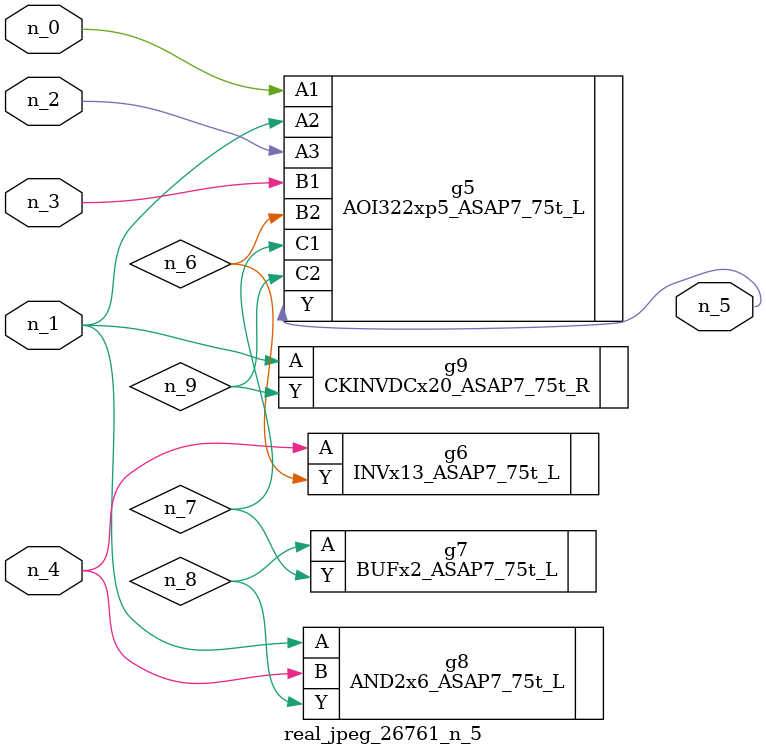
<source format=v>
module real_jpeg_26761_n_5 (n_4, n_0, n_1, n_2, n_3, n_5);

input n_4;
input n_0;
input n_1;
input n_2;
input n_3;

output n_5;

wire n_8;
wire n_6;
wire n_7;
wire n_9;

AOI322xp5_ASAP7_75t_L g5 ( 
.A1(n_0),
.A2(n_1),
.A3(n_2),
.B1(n_3),
.B2(n_6),
.C1(n_7),
.C2(n_9),
.Y(n_5)
);

AND2x6_ASAP7_75t_L g8 ( 
.A(n_1),
.B(n_4),
.Y(n_8)
);

CKINVDCx20_ASAP7_75t_R g9 ( 
.A(n_1),
.Y(n_9)
);

INVx13_ASAP7_75t_L g6 ( 
.A(n_4),
.Y(n_6)
);

BUFx2_ASAP7_75t_L g7 ( 
.A(n_8),
.Y(n_7)
);


endmodule
</source>
